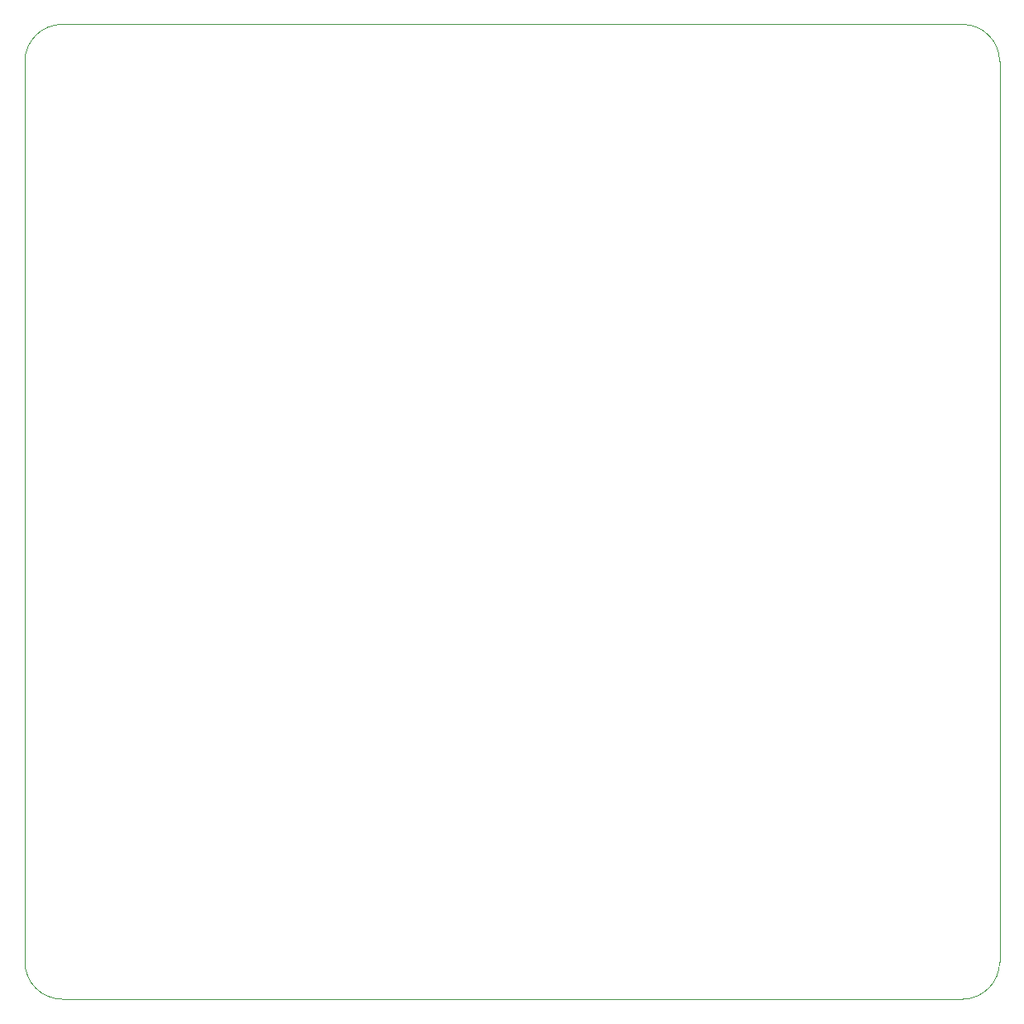
<source format=gm1>
%TF.GenerationSoftware,KiCad,Pcbnew,(6.0.0)*%
%TF.CreationDate,2022-03-13T20:29:15-04:00*%
%TF.ProjectId,alarm_panel_breakout,616c6172-6d5f-4706-916e-656c5f627265,rev?*%
%TF.SameCoordinates,Original*%
%TF.FileFunction,Profile,NP*%
%FSLAX46Y46*%
G04 Gerber Fmt 4.6, Leading zero omitted, Abs format (unit mm)*
G04 Created by KiCad (PCBNEW (6.0.0)) date 2022-03-13 20:29:15*
%MOMM*%
%LPD*%
G01*
G04 APERTURE LIST*
%TA.AperFunction,Profile*%
%ADD10C,0.100000*%
%TD*%
G04 APERTURE END LIST*
D10*
X-3810000Y-92075000D02*
G75*
G03*
X0Y-95885000I3809999J-1D01*
G01*
X92075000Y-95885000D02*
G75*
G03*
X95885000Y-92075000I1J3809999D01*
G01*
X0Y3810000D02*
G75*
G03*
X-3810000Y0I-1J-3809999D01*
G01*
X92075000Y3810000D02*
X0Y3810000D01*
X-3810000Y-92075000D02*
X-3810000Y0D01*
X95885000Y-92075000D02*
X95885000Y0D01*
X92075000Y-95885000D02*
X0Y-95885000D01*
X95885000Y0D02*
G75*
G03*
X92075000Y3810000I-3809999J1D01*
G01*
M02*

</source>
